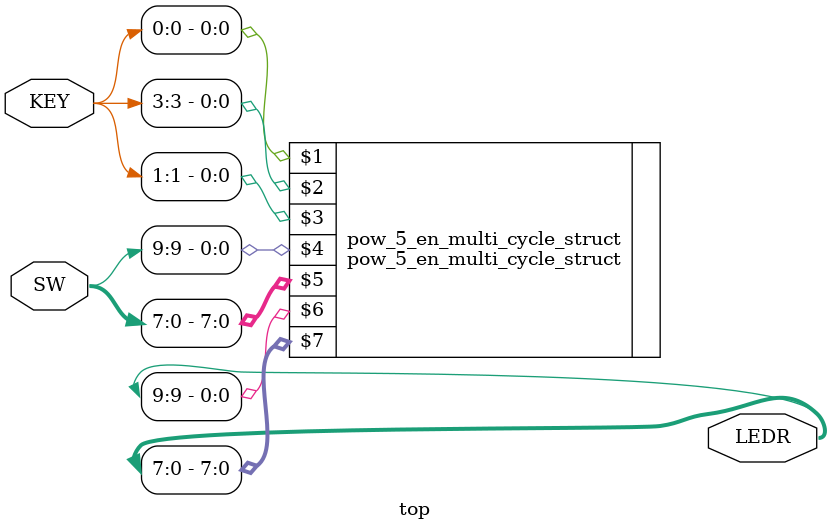
<source format=v>
module top (SW, KEY, LEDR);

	 input wire [9:0] SW;        // DE-series switches
    input wire [3:0] KEY;       // DE-series pushbuttons
	    
	 output wire [9:0] LEDR;     // DE-series LEDs   

    pow_5_en_multi_cycle_struct pow_5_en_multi_cycle_struct(KEY[0], KEY[3], KEY[1], SW[9], SW[7:0], LEDR[9], LEDR[7:0]);


endmodule


</source>
